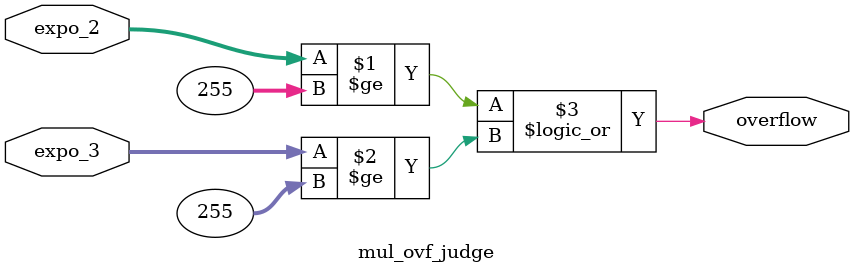
<source format=sv>
module mul_ovf_judge #(
    parameter  int unsigned EXPO_W = 8,
    localparam int unsigned EXPO_R = (1<<EXPO_W)-1
)(
    input  logic[EXPO_W + 1 : 0] expo_2,
    input  logic[EXPO_W + 1 : 0] expo_3,
    output logic                 overflow  
);
assign  overflow  =  (expo_2 >= EXPO_R) || (expo_3 >= EXPO_R)  ;
endmodule
</source>
